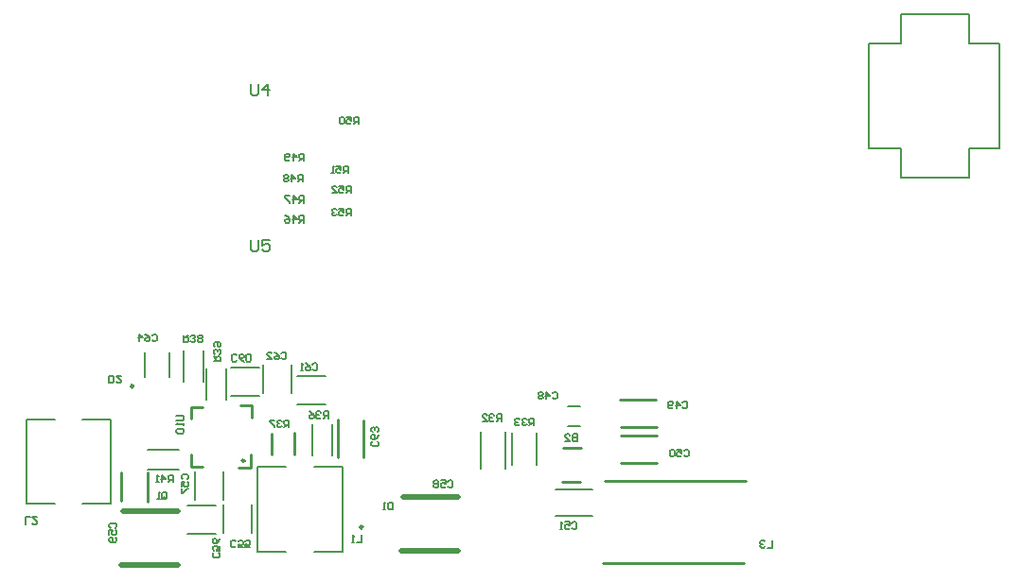
<source format=gbo>
G04*
G04 #@! TF.GenerationSoftware,Altium Limited,Altium Designer,22.9.1 (49)*
G04*
G04 Layer_Color=32896*
%FSLAX24Y24*%
%MOIN*%
G70*
G04*
G04 #@! TF.SameCoordinates,1C4C81CE-4E44-4544-AACE-53C2D62CD198*
G04*
G04*
G04 #@! TF.FilePolarity,Positive*
G04*
G01*
G75*
%ADD10C,0.0098*%
%ADD11C,0.0079*%
%ADD13C,0.0100*%
%ADD15C,0.0070*%
%ADD16C,0.0050*%
%ADD90C,0.0200*%
%ADD111C,0.0059*%
D10*
X18628Y16214D02*
G03*
X18628Y16214I-49J0D01*
G01*
X26709Y11244D02*
G03*
X26709Y11244I-49J0D01*
G01*
X24280Y13795D02*
Y14583D01*
X23492Y13795D02*
Y14543D01*
D11*
X17846Y12054D02*
Y15046D01*
X14854Y12054D02*
Y15046D01*
X16842Y12054D02*
X17846D01*
X16842Y15046D02*
X17846D01*
X14854Y12054D02*
X15858D01*
X14854Y15046D02*
X15858D01*
X22052Y15854D02*
X23052D01*
X22052Y16854D02*
X23052D01*
X22806Y11027D02*
Y12027D01*
X21806Y11027D02*
Y12027D01*
X20537Y11014D02*
X21537D01*
X20537Y12014D02*
X21537D01*
X20781Y12205D02*
Y13205D01*
X21781Y12205D02*
Y13205D01*
X23182Y15956D02*
Y16956D01*
X24182Y15956D02*
Y16956D01*
X24384Y15567D02*
X25384D01*
X24384Y16567D02*
X25384D01*
X19040Y16526D02*
Y17392D01*
X19886Y16526D02*
Y17392D01*
X25991Y10373D02*
Y13365D01*
X22999Y10373D02*
Y13365D01*
X24987Y10373D02*
X25991D01*
X24987Y13365D02*
X25991D01*
X22999Y10373D02*
X24002D01*
X22999Y13365D02*
X24002D01*
X33932Y15504D02*
X34365D01*
X33932Y14796D02*
X34365D01*
X31745Y13303D02*
Y14605D01*
X30855Y13303D02*
Y14605D01*
X31974Y13428D02*
Y14572D01*
X32826Y13428D02*
Y14572D01*
X33498Y11635D02*
X34802D01*
X33498Y12565D02*
X34802D01*
D13*
X22548Y13583D02*
G03*
X22548Y13583I-50J0D01*
G01*
X18185Y12182D02*
Y13167D01*
X19130Y12143D02*
Y13167D01*
X22748Y13333D02*
Y13786D01*
X22345Y13333D02*
X22748D01*
X22401Y15533D02*
X22798D01*
Y15086D02*
Y15533D01*
X20648Y13383D02*
X21060D01*
X20648D02*
Y13786D01*
Y15483D02*
X21048D01*
X20648Y15083D02*
Y15483D01*
X26721Y13699D02*
Y14999D01*
X25821Y13699D02*
Y15049D01*
X33720Y12840D02*
X34350D01*
X33750Y14048D02*
X34380D01*
X35164Y9959D02*
X40124D01*
X35244Y12869D02*
X40194D01*
X35779Y15742D02*
X37039D01*
X35798Y14768D02*
X37058D01*
X35811Y13508D02*
X37071D01*
X35792Y14482D02*
X37052D01*
D15*
X48066Y28296D02*
X49116D01*
X48066Y24596D02*
X49116D01*
X44526Y28286D02*
X45676D01*
X44526Y24606D02*
X45676D01*
X48066Y28296D02*
Y29321D01*
X45666D02*
X48066D01*
X45666Y23571D02*
X48066D01*
Y24596D01*
X44526Y24606D02*
Y28286D01*
X45666Y28296D02*
Y29321D01*
Y23571D02*
Y24596D01*
X49116D02*
Y28296D01*
X22750Y21356D02*
Y21023D01*
X22816Y20956D01*
X22950D01*
X23016Y21023D01*
Y21356D01*
X23416D02*
X23150D01*
Y21156D01*
X23283Y21223D01*
X23349D01*
X23416Y21156D01*
Y21023D01*
X23349Y20956D01*
X23216D01*
X23150Y21023D01*
X22750Y26863D02*
Y26530D01*
X22816Y26463D01*
X22950D01*
X23016Y26530D01*
Y26863D01*
X23349Y26463D02*
Y26863D01*
X23150Y26663D01*
X23416D01*
D16*
X19645Y12274D02*
Y12440D01*
X19686Y12482D01*
X19770D01*
X19811Y12440D01*
Y12274D01*
X19770Y12232D01*
X19686D01*
X19728Y12315D02*
X19645Y12232D01*
X19686D02*
X19645Y12274D01*
X19561Y12232D02*
X19478D01*
X19520D01*
Y12482D01*
X19561Y12440D01*
X24104Y14761D02*
Y15011D01*
X23979D01*
X23937Y14969D01*
Y14886D01*
X23979Y14844D01*
X24104D01*
X24021D02*
X23937Y14761D01*
X23854Y14969D02*
X23812Y15011D01*
X23729D01*
X23687Y14969D01*
Y14928D01*
X23729Y14886D01*
X23771D01*
X23729D01*
X23687Y14844D01*
Y14803D01*
X23729Y14761D01*
X23812D01*
X23854Y14803D01*
X23604Y15011D02*
X23438D01*
Y14969D01*
X23604Y14803D01*
Y14761D01*
X22269Y17124D02*
X22227Y17083D01*
X22144D01*
X22102Y17124D01*
Y17291D01*
X22144Y17333D01*
X22227D01*
X22269Y17291D01*
X22519Y17083D02*
X22436Y17124D01*
X22352Y17208D01*
Y17291D01*
X22394Y17333D01*
X22477D01*
X22519Y17291D01*
Y17249D01*
X22477Y17208D01*
X22352D01*
X22602Y17124D02*
X22644Y17083D01*
X22727D01*
X22769Y17124D01*
Y17291D01*
X22727Y17333D01*
X22644D01*
X22602Y17291D01*
Y17124D01*
X21633Y10333D02*
X21675Y10292D01*
Y10208D01*
X21633Y10167D01*
X21467D01*
X21425Y10208D01*
Y10292D01*
X21467Y10333D01*
X21675Y10583D02*
Y10417D01*
X21550D01*
X21592Y10500D01*
Y10542D01*
X21550Y10583D01*
X21467D01*
X21425Y10542D01*
Y10458D01*
X21467Y10417D01*
X21675Y10833D02*
X21633Y10750D01*
X21550Y10667D01*
X21467D01*
X21425Y10708D01*
Y10792D01*
X21467Y10833D01*
X21508D01*
X21550Y10792D01*
Y10667D01*
X22233Y10567D02*
X22192Y10525D01*
X22108D01*
X22067Y10567D01*
Y10733D01*
X22108Y10775D01*
X22192D01*
X22233Y10733D01*
X22483Y10525D02*
X22317D01*
Y10650D01*
X22400Y10608D01*
X22442D01*
X22483Y10650D01*
Y10733D01*
X22442Y10775D01*
X22358D01*
X22317Y10733D01*
X22733Y10525D02*
X22567D01*
Y10650D01*
X22650Y10608D01*
X22692D01*
X22733Y10650D01*
Y10733D01*
X22692Y10775D01*
X22608D01*
X22567Y10733D01*
X23839Y17364D02*
X23880Y17406D01*
X23964D01*
X24005Y17364D01*
Y17198D01*
X23964Y17156D01*
X23880D01*
X23839Y17198D01*
X23589Y17406D02*
X23672Y17364D01*
X23755Y17281D01*
Y17198D01*
X23714Y17156D01*
X23630D01*
X23589Y17198D01*
Y17239D01*
X23630Y17281D01*
X23755D01*
X23339Y17156D02*
X23505D01*
X23339Y17322D01*
Y17364D01*
X23380Y17406D01*
X23464D01*
X23505Y17364D01*
X24941Y16984D02*
X24983Y17026D01*
X25066D01*
X25108Y16984D01*
Y16818D01*
X25066Y16776D01*
X24983D01*
X24941Y16818D01*
X24691Y17026D02*
X24775Y16984D01*
X24858Y16901D01*
Y16818D01*
X24816Y16776D01*
X24733D01*
X24691Y16818D01*
Y16859D01*
X24733Y16901D01*
X24858D01*
X24608Y16776D02*
X24525D01*
X24566D01*
Y17026D01*
X24608Y16984D01*
X20359Y12924D02*
X20317Y12966D01*
Y13049D01*
X20359Y13091D01*
X20526D01*
X20567Y13049D01*
Y12966D01*
X20526Y12924D01*
X20317Y12674D02*
Y12841D01*
X20442D01*
X20401Y12758D01*
Y12716D01*
X20442Y12674D01*
X20526D01*
X20567Y12716D01*
Y12799D01*
X20526Y12841D01*
X20317Y12591D02*
Y12424D01*
X20359D01*
X20526Y12591D01*
X20567D01*
X20016Y12820D02*
Y13069D01*
X19891D01*
X19850Y13028D01*
Y12945D01*
X19891Y12903D01*
X20016D01*
X19933D02*
X19850Y12820D01*
X19641D02*
Y13069D01*
X19766Y12945D01*
X19600D01*
X19516Y12820D02*
X19433D01*
X19475D01*
Y13069D01*
X19516Y13028D01*
X21461Y17090D02*
X21711D01*
Y17215D01*
X21670Y17257D01*
X21586D01*
X21545Y17215D01*
Y17090D01*
Y17174D02*
X21461Y17257D01*
X21670Y17340D02*
X21711Y17382D01*
Y17465D01*
X21670Y17507D01*
X21628D01*
X21586Y17465D01*
Y17423D01*
Y17465D01*
X21545Y17507D01*
X21503D01*
X21461Y17465D01*
Y17382D01*
X21503Y17340D01*
Y17590D02*
X21461Y17632D01*
Y17715D01*
X21503Y17757D01*
X21670D01*
X21711Y17715D01*
Y17632D01*
X21670Y17590D01*
X21628D01*
X21586Y17632D01*
Y17757D01*
X20391Y18015D02*
Y17765D01*
X20516D01*
X20558Y17807D01*
Y17890D01*
X20516Y17932D01*
X20391D01*
X20474D02*
X20558Y18015D01*
X20641Y17807D02*
X20683Y17765D01*
X20766D01*
X20808Y17807D01*
Y17849D01*
X20766Y17890D01*
X20724D01*
X20766D01*
X20808Y17932D01*
Y17974D01*
X20766Y18015D01*
X20683D01*
X20641Y17974D01*
X20891Y17807D02*
X20933Y17765D01*
X21016D01*
X21058Y17807D01*
Y17849D01*
X21016Y17890D01*
X21058Y17932D01*
Y17974D01*
X21016Y18015D01*
X20933D01*
X20891Y17974D01*
Y17932D01*
X20933Y17890D01*
X20891Y17849D01*
Y17807D01*
X20933Y17890D02*
X21016D01*
X25483Y15075D02*
Y15325D01*
X25358D01*
X25317Y15283D01*
Y15200D01*
X25358Y15158D01*
X25483D01*
X25400D02*
X25317Y15075D01*
X25233Y15283D02*
X25192Y15325D01*
X25108D01*
X25067Y15283D01*
Y15242D01*
X25108Y15200D01*
X25150D01*
X25108D01*
X25067Y15158D01*
Y15117D01*
X25108Y15075D01*
X25192D01*
X25233Y15117D01*
X24817Y15325D02*
X24900Y15283D01*
X24983Y15200D01*
Y15117D01*
X24942Y15075D01*
X24858D01*
X24817Y15117D01*
Y15158D01*
X24858Y15200D01*
X24983D01*
X20142Y15169D02*
X20350D01*
X20392Y15127D01*
Y15044D01*
X20350Y15002D01*
X20142D01*
X20392Y14919D02*
Y14836D01*
Y14877D01*
X20142D01*
X20184Y14919D01*
Y14711D02*
X20142Y14669D01*
Y14586D01*
X20184Y14544D01*
X20350D01*
X20392Y14586D01*
Y14669D01*
X20350Y14711D01*
X20184D01*
X17817Y11217D02*
X17775Y11258D01*
Y11342D01*
X17817Y11383D01*
X17983D01*
X18025Y11342D01*
Y11258D01*
X17983Y11217D01*
X17775Y10967D02*
Y11133D01*
X17900D01*
X17858Y11050D01*
Y11008D01*
X17900Y10967D01*
X17983D01*
X18025Y11008D01*
Y11092D01*
X17983Y11133D01*
Y10883D02*
X18025Y10842D01*
Y10758D01*
X17983Y10717D01*
X17817D01*
X17775Y10758D01*
Y10842D01*
X17817Y10883D01*
X17858D01*
X17900Y10842D01*
Y10717D01*
X29711Y12850D02*
X29752Y12892D01*
X29836D01*
X29877Y12850D01*
Y12683D01*
X29836Y12642D01*
X29752D01*
X29711Y12683D01*
X29461Y12892D02*
X29628D01*
Y12767D01*
X29544Y12808D01*
X29503D01*
X29461Y12767D01*
Y12683D01*
X29503Y12642D01*
X29586D01*
X29628Y12683D01*
X29378Y12850D02*
X29336Y12892D01*
X29253D01*
X29211Y12850D01*
Y12808D01*
X29253Y12767D01*
X29211Y12725D01*
Y12683D01*
X29253Y12642D01*
X29336D01*
X29378Y12683D01*
Y12725D01*
X29336Y12767D01*
X29378Y12808D01*
Y12850D01*
X29336Y12767D02*
X29253D01*
X14814Y11338D02*
Y11587D01*
X14981D01*
X15231D02*
X15064D01*
X15231Y11421D01*
Y11379D01*
X15189Y11338D01*
X15106D01*
X15064Y11379D01*
X26651Y10958D02*
Y10708D01*
X26484D01*
X26401D02*
X26318D01*
X26359D01*
Y10958D01*
X26401Y10916D01*
X17778Y16330D02*
Y16580D01*
X17903D01*
X17945Y16538D01*
Y16372D01*
X17903Y16330D01*
X17778D01*
X18195Y16580D02*
X18028D01*
X18195Y16413D01*
Y16372D01*
X18153Y16330D01*
X18070D01*
X18028Y16372D01*
X27748Y12112D02*
Y11862D01*
X27623D01*
X27581Y11904D01*
Y12071D01*
X27623Y12112D01*
X27748D01*
X27498Y11862D02*
X27415D01*
X27456D01*
Y12112D01*
X27498Y12071D01*
X19288Y18005D02*
X19330Y18047D01*
X19413D01*
X19455Y18005D01*
Y17839D01*
X19413Y17797D01*
X19330D01*
X19288Y17839D01*
X19038Y18047D02*
X19121Y18005D01*
X19205Y17922D01*
Y17839D01*
X19163Y17797D01*
X19080D01*
X19038Y17839D01*
Y17880D01*
X19080Y17922D01*
X19205D01*
X18830Y17797D02*
Y18047D01*
X18955Y17922D01*
X18788D01*
X27217Y14253D02*
X27259Y14211D01*
Y14128D01*
X27217Y14086D01*
X27051D01*
X27009Y14128D01*
Y14211D01*
X27051Y14253D01*
X27259Y14503D02*
X27217Y14419D01*
X27134Y14336D01*
X27051D01*
X27009Y14378D01*
Y14461D01*
X27051Y14503D01*
X27092D01*
X27134Y14461D01*
Y14336D01*
X27217Y14586D02*
X27259Y14628D01*
Y14711D01*
X27217Y14753D01*
X27176D01*
X27134Y14711D01*
Y14669D01*
Y14711D01*
X27092Y14753D01*
X27051D01*
X27009Y14711D01*
Y14628D01*
X27051Y14586D01*
X26283Y22225D02*
Y22475D01*
X26158D01*
X26117Y22433D01*
Y22350D01*
X26158Y22308D01*
X26283D01*
X26200D02*
X26117Y22225D01*
X25867Y22475D02*
X26033D01*
Y22350D01*
X25950Y22392D01*
X25908D01*
X25867Y22350D01*
Y22267D01*
X25908Y22225D01*
X25992D01*
X26033Y22267D01*
X25783Y22433D02*
X25742Y22475D01*
X25658D01*
X25617Y22433D01*
Y22392D01*
X25658Y22350D01*
X25700D01*
X25658D01*
X25617Y22308D01*
Y22267D01*
X25658Y22225D01*
X25742D01*
X25783Y22267D01*
X26283Y23025D02*
Y23275D01*
X26158D01*
X26117Y23233D01*
Y23150D01*
X26158Y23108D01*
X26283D01*
X26200D02*
X26117Y23025D01*
X25867Y23275D02*
X26033D01*
Y23150D01*
X25950Y23192D01*
X25908D01*
X25867Y23150D01*
Y23067D01*
X25908Y23025D01*
X25992D01*
X26033Y23067D01*
X25617Y23025D02*
X25783D01*
X25617Y23192D01*
Y23233D01*
X25658Y23275D01*
X25742D01*
X25783Y23233D01*
X26192Y23725D02*
Y23975D01*
X26067D01*
X26025Y23933D01*
Y23850D01*
X26067Y23808D01*
X26192D01*
X26108D02*
X26025Y23725D01*
X25775Y23975D02*
X25942D01*
Y23850D01*
X25858Y23892D01*
X25817D01*
X25775Y23850D01*
Y23767D01*
X25817Y23725D01*
X25900D01*
X25942Y23767D01*
X25692Y23725D02*
X25608D01*
X25650D01*
Y23975D01*
X25692Y23933D01*
X26550Y25460D02*
Y25710D01*
X26425D01*
X26383Y25668D01*
Y25585D01*
X26425Y25543D01*
X26550D01*
X26467D02*
X26383Y25460D01*
X26133Y25710D02*
X26300D01*
Y25585D01*
X26217Y25627D01*
X26175D01*
X26133Y25585D01*
Y25502D01*
X26175Y25460D01*
X26258D01*
X26300Y25502D01*
X26050Y25668D02*
X26009Y25710D01*
X25925D01*
X25884Y25668D01*
Y25502D01*
X25925Y25460D01*
X26009D01*
X26050Y25502D01*
Y25668D01*
X24633Y24162D02*
Y24412D01*
X24508D01*
X24466Y24370D01*
Y24287D01*
X24508Y24245D01*
X24633D01*
X24550D02*
X24466Y24162D01*
X24258D02*
Y24412D01*
X24383Y24287D01*
X24216D01*
X24133Y24203D02*
X24091Y24162D01*
X24008D01*
X23966Y24203D01*
Y24370D01*
X24008Y24412D01*
X24091D01*
X24133Y24370D01*
Y24328D01*
X24091Y24287D01*
X23966D01*
X24583Y23425D02*
Y23675D01*
X24458D01*
X24417Y23633D01*
Y23550D01*
X24458Y23508D01*
X24583D01*
X24500D02*
X24417Y23425D01*
X24208D02*
Y23675D01*
X24333Y23550D01*
X24167D01*
X24083Y23633D02*
X24042Y23675D01*
X23958D01*
X23917Y23633D01*
Y23592D01*
X23958Y23550D01*
X23917Y23508D01*
Y23467D01*
X23958Y23425D01*
X24042D01*
X24083Y23467D01*
Y23508D01*
X24042Y23550D01*
X24083Y23592D01*
Y23633D01*
X24042Y23550D02*
X23958D01*
X24633Y22675D02*
Y22925D01*
X24508D01*
X24467Y22883D01*
Y22800D01*
X24508Y22758D01*
X24633D01*
X24550D02*
X24467Y22675D01*
X24258D02*
Y22925D01*
X24383Y22800D01*
X24217D01*
X24133Y22925D02*
X23967D01*
Y22883D01*
X24133Y22717D01*
Y22675D01*
X24633Y21981D02*
Y22231D01*
X24508D01*
X24466Y22190D01*
Y22106D01*
X24508Y22065D01*
X24633D01*
X24550D02*
X24466Y21981D01*
X24258D02*
Y22231D01*
X24383Y22106D01*
X24216D01*
X23966Y22231D02*
X24050Y22190D01*
X24133Y22106D01*
Y22023D01*
X24091Y21981D01*
X24008D01*
X23966Y22023D01*
Y22065D01*
X24008Y22106D01*
X24133D01*
X41123Y10764D02*
Y10515D01*
X40956D01*
X40873Y10723D02*
X40831Y10764D01*
X40748D01*
X40706Y10723D01*
Y10681D01*
X40748Y10639D01*
X40789D01*
X40748D01*
X40706Y10598D01*
Y10556D01*
X40748Y10515D01*
X40831D01*
X40873Y10556D01*
X34075Y11383D02*
X34117Y11425D01*
X34200D01*
X34242Y11383D01*
Y11217D01*
X34200Y11175D01*
X34117D01*
X34075Y11217D01*
X33825Y11425D02*
X33992D01*
Y11300D01*
X33908Y11342D01*
X33867D01*
X33825Y11300D01*
Y11217D01*
X33867Y11175D01*
X33950D01*
X33992Y11217D01*
X33742Y11175D02*
X33658D01*
X33700D01*
Y11425D01*
X33742Y11383D01*
X34258Y14525D02*
Y14275D01*
X34133D01*
X34092Y14317D01*
Y14358D01*
X34133Y14400D01*
X34258D01*
X34133D01*
X34092Y14442D01*
Y14483D01*
X34133Y14525D01*
X34258D01*
X33842Y14275D02*
X34008D01*
X33842Y14442D01*
Y14483D01*
X33883Y14525D01*
X33967D01*
X34008Y14483D01*
X32733Y14825D02*
Y15075D01*
X32608D01*
X32567Y15033D01*
Y14950D01*
X32608Y14908D01*
X32733D01*
X32650D02*
X32567Y14825D01*
X32483Y15033D02*
X32442Y15075D01*
X32358D01*
X32317Y15033D01*
Y14992D01*
X32358Y14950D01*
X32400D01*
X32358D01*
X32317Y14908D01*
Y14867D01*
X32358Y14825D01*
X32442D01*
X32483Y14867D01*
X32233Y15033D02*
X32192Y15075D01*
X32108D01*
X32067Y15033D01*
Y14992D01*
X32108Y14950D01*
X32150D01*
X32108D01*
X32067Y14908D01*
Y14867D01*
X32108Y14825D01*
X32192D01*
X32233Y14867D01*
X31583Y14975D02*
Y15225D01*
X31458D01*
X31417Y15183D01*
Y15100D01*
X31458Y15058D01*
X31583D01*
X31500D02*
X31417Y14975D01*
X31333Y15183D02*
X31292Y15225D01*
X31208D01*
X31167Y15183D01*
Y15142D01*
X31208Y15100D01*
X31250D01*
X31208D01*
X31167Y15058D01*
Y15017D01*
X31208Y14975D01*
X31292D01*
X31333Y15017D01*
X30917Y14975D02*
X31083D01*
X30917Y15142D01*
Y15183D01*
X30958Y15225D01*
X31042D01*
X31083Y15183D01*
X38017Y13933D02*
X38058Y13975D01*
X38142D01*
X38183Y13933D01*
Y13767D01*
X38142Y13725D01*
X38058D01*
X38017Y13767D01*
X37767Y13975D02*
X37933D01*
Y13850D01*
X37850Y13892D01*
X37808D01*
X37767Y13850D01*
Y13767D01*
X37808Y13725D01*
X37892D01*
X37933Y13767D01*
X37683Y13933D02*
X37642Y13975D01*
X37558D01*
X37517Y13933D01*
Y13767D01*
X37558Y13725D01*
X37642D01*
X37683Y13767D01*
Y13933D01*
X37967Y15633D02*
X38008Y15675D01*
X38092D01*
X38133Y15633D01*
Y15467D01*
X38092Y15425D01*
X38008D01*
X37967Y15467D01*
X37758Y15425D02*
Y15675D01*
X37883Y15550D01*
X37717D01*
X37633Y15467D02*
X37592Y15425D01*
X37508D01*
X37467Y15467D01*
Y15633D01*
X37508Y15675D01*
X37592D01*
X37633Y15633D01*
Y15592D01*
X37592Y15550D01*
X37467D01*
X33384Y15964D02*
X33426Y16006D01*
X33509D01*
X33551Y15964D01*
Y15798D01*
X33509Y15756D01*
X33426D01*
X33384Y15798D01*
X33176Y15756D02*
Y16006D01*
X33301Y15881D01*
X33134D01*
X33051Y15964D02*
X33009Y16006D01*
X32926D01*
X32884Y15964D01*
Y15923D01*
X32926Y15881D01*
X32884Y15839D01*
Y15798D01*
X32926Y15756D01*
X33009D01*
X33051Y15798D01*
Y15839D01*
X33009Y15881D01*
X33051Y15923D01*
Y15964D01*
X33009Y15881D02*
X32926D01*
D90*
X18208Y9892D02*
X20208D01*
X18258Y11792D02*
X20208D01*
X28116Y12298D02*
X30066D01*
X28066Y10398D02*
X30066D01*
D111*
X21213Y15735D02*
Y16835D01*
X21913Y15735D02*
Y16835D01*
X19138Y13978D02*
X20238D01*
X19138Y13278D02*
X20238D01*
X20401Y16375D02*
Y17475D01*
X21101Y16375D02*
Y17475D01*
X25646Y13761D02*
Y14861D01*
X24946Y13761D02*
Y14861D01*
M02*

</source>
